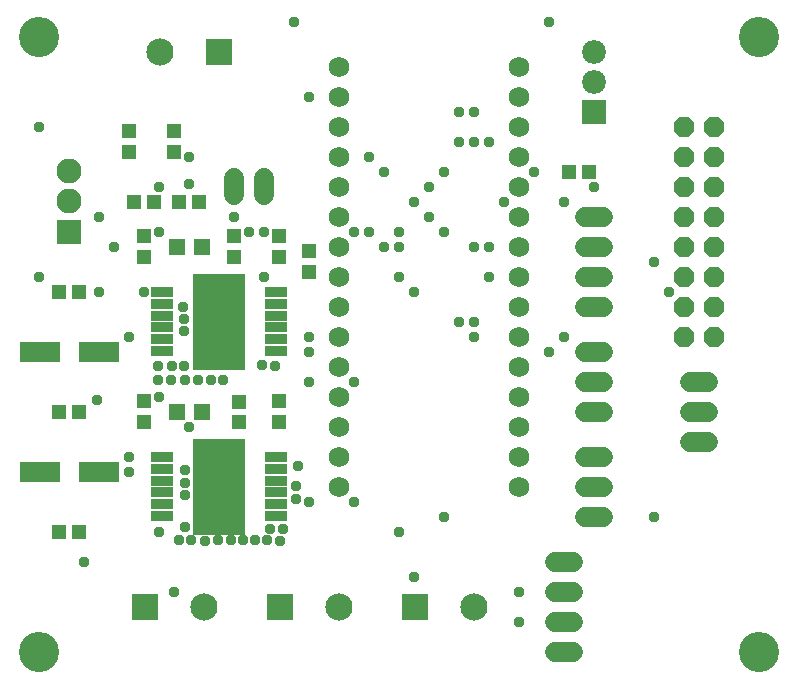
<source format=gbr>
G04 EAGLE Gerber RS-274X export*
G75*
%MOMM*%
%FSLAX34Y34*%
%LPD*%
%INSoldermask Top*%
%IPPOS*%
%AMOC8*
5,1,8,0,0,1.08239X$1,22.5*%
G01*
%ADD10R,2.303200X2.303200*%
%ADD11C,2.303200*%
%ADD12R,1.203200X1.303200*%
%ADD13R,3.403200X1.803200*%
%ADD14R,1.303200X1.203200*%
%ADD15C,3.403200*%
%ADD16P,1.869504X8X112.500000*%
%ADD17C,1.711200*%
%ADD18R,1.953200X0.853200*%
%ADD19R,4.503200X8.103200*%
%ADD20C,1.727200*%
%ADD21R,1.403200X1.403200*%
%ADD22R,2.018200X2.018200*%
%ADD23C,2.018200*%
%ADD24R,2.113200X2.113200*%
%ADD25C,2.113200*%
%ADD26C,0.959600*%


D10*
X177400Y952500D03*
D11*
X127400Y952500D03*
D10*
X343300Y482600D03*
D11*
X393300Y482600D03*
D12*
X101600Y867800D03*
X101600Y884800D03*
X114300Y639200D03*
X114300Y656200D03*
X114300Y778900D03*
X114300Y795900D03*
X228600Y778900D03*
X228600Y795900D03*
D13*
X25800Y596900D03*
X75800Y596900D03*
D14*
X105800Y825500D03*
X122800Y825500D03*
D13*
X25800Y698500D03*
X75800Y698500D03*
D14*
X42300Y749300D03*
X59300Y749300D03*
X42300Y647700D03*
X59300Y647700D03*
D12*
X254000Y766200D03*
X254000Y783200D03*
D14*
X59300Y546100D03*
X42300Y546100D03*
D12*
X228600Y656200D03*
X228600Y639200D03*
D15*
X25400Y444500D03*
X635000Y965200D03*
X635000Y444500D03*
X25400Y965200D03*
D16*
X596900Y711200D03*
X596900Y736600D03*
X596900Y762000D03*
X596900Y787400D03*
X596900Y812800D03*
X596900Y838200D03*
X571500Y711200D03*
X571500Y736600D03*
X571500Y762000D03*
X571500Y787400D03*
X571500Y812800D03*
X571500Y838200D03*
X596900Y863600D03*
X596900Y889000D03*
X571500Y863600D03*
X571500Y889000D03*
D17*
X502840Y736600D02*
X487760Y736600D01*
X487760Y762000D02*
X502840Y762000D01*
X502840Y787400D02*
X487760Y787400D01*
X487760Y812800D02*
X502840Y812800D01*
D18*
X129800Y748900D03*
X129800Y738900D03*
X129800Y728900D03*
X129800Y718900D03*
X129800Y708900D03*
X129800Y698900D03*
X225800Y698900D03*
X225800Y708900D03*
X225800Y718900D03*
X225800Y728900D03*
X225800Y738900D03*
X225800Y748900D03*
D19*
X177800Y723900D03*
D18*
X129800Y609200D03*
X129800Y599200D03*
X129800Y589200D03*
X129800Y579200D03*
X129800Y569200D03*
X129800Y559200D03*
X225800Y559200D03*
X225800Y569200D03*
X225800Y579200D03*
X225800Y589200D03*
X225800Y599200D03*
X225800Y609200D03*
D19*
X177800Y584200D03*
D20*
X431800Y762000D03*
X431800Y736600D03*
X431800Y711200D03*
X431800Y685800D03*
X431800Y660400D03*
X431800Y635000D03*
X431800Y787400D03*
X431800Y812800D03*
X431800Y838200D03*
X431800Y863600D03*
X431800Y889000D03*
X431800Y914400D03*
X431800Y939800D03*
X431800Y609600D03*
X431800Y584200D03*
X279400Y762000D03*
X279400Y787400D03*
X279400Y812800D03*
X279400Y838200D03*
X279400Y863600D03*
X279400Y889000D03*
X279400Y736600D03*
X279400Y711200D03*
X279400Y685800D03*
X279400Y660400D03*
X279400Y635000D03*
X279400Y609600D03*
X279400Y584200D03*
X279400Y914400D03*
X279400Y939800D03*
D21*
X141900Y787400D03*
X162900Y787400D03*
X141900Y647700D03*
X162900Y647700D03*
D10*
X114700Y482600D03*
D11*
X164700Y482600D03*
D10*
X229000Y482600D03*
D11*
X279000Y482600D03*
D22*
X495300Y901700D03*
D23*
X495300Y927100D03*
X495300Y952500D03*
D14*
X139700Y884800D03*
X139700Y867800D03*
D12*
X143900Y825500D03*
X160900Y825500D03*
D14*
X190500Y778900D03*
X190500Y795900D03*
D12*
X474100Y850900D03*
X491100Y850900D03*
D14*
X194437Y639073D03*
X194437Y656073D03*
D17*
X576660Y622300D02*
X591740Y622300D01*
X591740Y647700D02*
X576660Y647700D01*
X576660Y673100D02*
X591740Y673100D01*
X502840Y558800D02*
X487760Y558800D01*
X487760Y584200D02*
X502840Y584200D01*
X502840Y609600D02*
X487760Y609600D01*
X487760Y647700D02*
X502840Y647700D01*
X502840Y673100D02*
X487760Y673100D01*
X487760Y698500D02*
X502840Y698500D01*
X477440Y444500D02*
X462360Y444500D01*
X462360Y469900D02*
X477440Y469900D01*
X477440Y495300D02*
X462360Y495300D01*
X462360Y520700D02*
X477440Y520700D01*
D24*
X50800Y800100D03*
D25*
X50800Y825600D03*
X50800Y851100D03*
D17*
X190500Y845740D02*
X190500Y830660D01*
X215900Y830660D02*
X215900Y845740D01*
D26*
X88900Y787400D03*
X190500Y812800D03*
X139700Y495300D03*
X76200Y812800D03*
X74422Y657098D03*
X25400Y762000D03*
X244602Y601472D03*
X25400Y889000D03*
X127000Y838200D03*
X368300Y558800D03*
X101600Y609600D03*
X317500Y787400D03*
X254000Y698500D03*
X254000Y571500D03*
X215900Y800100D03*
X215900Y762000D03*
X101600Y711200D03*
X127000Y800100D03*
X393700Y711200D03*
X127000Y660400D03*
X127000Y546100D03*
X254000Y673100D03*
X292100Y673100D03*
X152400Y635000D03*
X101600Y596900D03*
X63500Y520700D03*
X114300Y749300D03*
X330200Y787400D03*
X152400Y863600D03*
X203200Y800100D03*
X152400Y840486D03*
X406400Y762000D03*
X381000Y723900D03*
X546100Y558800D03*
X457200Y977900D03*
X406400Y876300D03*
X444500Y850900D03*
X469900Y825500D03*
X304800Y800100D03*
X342900Y825500D03*
X317500Y850900D03*
X393700Y723900D03*
X469900Y711200D03*
X495300Y838200D03*
X457200Y698500D03*
X292100Y571500D03*
X241300Y977900D03*
X254000Y914400D03*
X292100Y800100D03*
X254000Y711200D03*
X393700Y901700D03*
X393700Y876300D03*
X368300Y850900D03*
X406400Y787400D03*
X342900Y749300D03*
X342900Y508000D03*
X431800Y469900D03*
X381000Y901700D03*
X381000Y876300D03*
X355600Y838200D03*
X393700Y787400D03*
X330200Y762000D03*
X330200Y546100D03*
X431800Y495300D03*
X546100Y774700D03*
X419100Y825500D03*
X368300Y800100D03*
X355600Y812800D03*
X330200Y800100D03*
X304800Y863600D03*
X558800Y749300D03*
X76200Y749300D03*
X147574Y736092D03*
X147701Y725678D03*
X148082Y715518D03*
X214503Y686816D03*
X225171Y686435D03*
X147828Y686562D03*
X137541Y686562D03*
X125984Y686181D03*
X148717Y598297D03*
X148971Y587375D03*
X148971Y576961D03*
X149225Y549656D03*
X143510Y538861D03*
X153797Y538861D03*
X165481Y538353D03*
X176911Y538607D03*
X187579Y538861D03*
X197739Y538607D03*
X208026Y538607D03*
X218440Y538607D03*
X229362Y538099D03*
X231648Y548386D03*
X221107Y548640D03*
X126238Y674370D03*
X137414Y674243D03*
X148590Y674497D03*
X160020Y674751D03*
X170815Y674751D03*
X181356Y674751D03*
X243078Y584454D03*
X243078Y573913D03*
M02*

</source>
